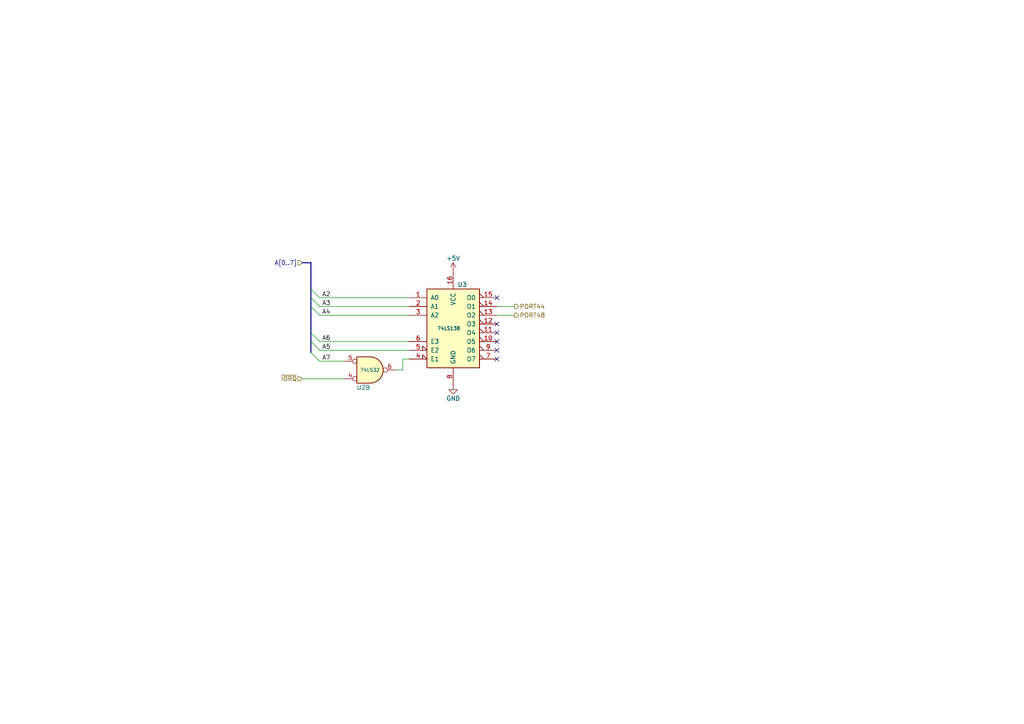
<source format=kicad_sch>
(kicad_sch (version 20230121) (generator eeschema)
  (paper "A4")
  (title_block (title "Sorcerer Dream Disk") (date "2023-12-16") (rev "1.0") (company "Marcel Erz (RetroStack), John Halkiadakis, Michael Borthwick (Exidyboy)") (comment 2 "Decodes IO addresses for 44 and 48") (comment 4 "Address Decoder"))
  (lib_symbols
    (symbol "74xx:74LS138" (pin_names (offset 1.016))
      (property "Reference" "U" (at -7.62 11.43 0))
      (property "Value" "74LS138" (at -7.62 -13.97 0))
      (symbol "74LS138_1_0"
        (pin input line (at -12.7 7.62 0) (length 5.08) (name "A0") (number "1"))
        (pin output output_low (at 12.7 -5.08 180) (length 5.08) (name "O5") (number "10"))
        (pin output output_low (at 12.7 -2.54 180) (length 5.08) (name "O4") (number "11"))
        (pin output output_low (at 12.7 0 180) (length 5.08) (name "O3") (number "12"))
        (pin output output_low (at 12.7 2.54 180) (length 5.08) (name "O2") (number "13"))
        (pin output output_low (at 12.7 5.08 180) (length 5.08) (name "O1") (number "14"))
        (pin output output_low (at 12.7 7.62 180) (length 5.08) (name "O0") (number "15"))
        (pin power_in line (at 0 15.24 270) (length 5.08) (name "VCC") (number "16"))
        (pin input line (at -12.7 5.08 0) (length 5.08) (name "A1") (number "2"))
        (pin input line (at -12.7 2.54 0) (length 5.08) (name "A2") (number "3"))
        (pin input input_low (at -12.7 -10.16 0) (length 5.08) (name "E1") (number "4"))
        (pin input input_low (at -12.7 -7.62 0) (length 5.08) (name "E2") (number "5"))
        (pin input line (at -12.7 -5.08 0) (length 5.08) (name "E3") (number "6"))
        (pin output output_low (at 12.7 -10.16 180) (length 5.08) (name "O7") (number "7"))
        (pin power_in line (at 0 -17.78 90) (length 5.08) (name "GND") (number "8"))
        (pin output output_low (at 12.7 -7.62 180) (length 5.08) (name "O6") (number "9"))
      )
      (symbol "74LS138_1_1"
        (rectangle (start -7.62 10.16) (end 7.62 -12.7) (stroke (width 0.254)) (fill (type background)))
      )
    )
    (symbol "74xx:74LS32" (pin_names (offset 1.016))
      (property "Reference" "U" (at 0 1.27 0))
      (property "Value" "74LS32" (at 0 -1.27 0))
      (symbol "74LS32_1_1"
        (arc (start -3.81 -3.81) (mid -2.589 0) (end -3.81 3.81) (stroke (width 0.254)))
        (arc (start -0.6096 -3.81) (mid 2.1842 -2.5851) (end 3.81 0) (stroke (width 0.254)) (fill (type background)))
        (polyline (pts (xy -3.81 -3.81) (xy -0.635 -3.81)) (stroke (width 0.254)) (fill (type background)))
        (polyline (pts (xy -3.81 3.81) (xy -0.635 3.81)) (stroke (width 0.254)) (fill (type background)))
        (polyline (pts (xy -0.635 3.81) (xy -3.81 3.81) (xy -3.81 3.81) (xy -3.556 3.4036) (xy -3.0226 2.2606) (xy -2.6924 1.0414) (xy -2.6162 -0.254) (xy -2.7686 -1.4986) (xy -3.175 -2.7178) (xy -3.81 -3.81) (xy -3.81 -3.81) (xy -0.635 -3.81)) (stroke (width -25.4)) (fill (type background)))
        (arc (start 3.81 0) (mid 2.1915 2.5936) (end -0.6096 3.81) (stroke (width 0.254)) (fill (type background)))
        (pin input line (at -7.62 2.54 0) (length 4.318) (name "~") (number "1"))
        (pin input line (at -7.62 -2.54 0) (length 4.318) (name "~") (number "2"))
        (pin output line (at 7.62 0 180) (length 3.81) (name "~") (number "3"))
      )
      (symbol "74LS32_1_2"
        (arc (start 0 -3.81) (mid 3.7934 0) (end 0 3.81) (stroke (width 0.254)) (fill (type background)))
        (polyline (pts (xy 0 3.81) (xy -3.81 3.81) (xy -3.81 -3.81) (xy 0 -3.81)) (stroke (width 0.254)) (fill (type background)))
        (pin input inverted (at -7.62 2.54 0) (length 3.81) (name "~") (number "1"))
        (pin input inverted (at -7.62 -2.54 0) (length 3.81) (name "~") (number "2"))
        (pin output inverted (at 7.62 0 180) (length 3.81) (name "~") (number "3"))
      )
      (symbol "74LS32_2_1"
        (arc (start -3.81 -3.81) (mid -2.589 0) (end -3.81 3.81) (stroke (width 0.254)))
        (arc (start -0.6096 -3.81) (mid 2.1842 -2.5851) (end 3.81 0) (stroke (width 0.254)) (fill (type background)))
        (polyline (pts (xy -3.81 -3.81) (xy -0.635 -3.81)) (stroke (width 0.254)) (fill (type background)))
        (polyline (pts (xy -3.81 3.81) (xy -0.635 3.81)) (stroke (width 0.254)) (fill (type background)))
        (polyline (pts (xy -0.635 3.81) (xy -3.81 3.81) (xy -3.81 3.81) (xy -3.556 3.4036) (xy -3.0226 2.2606) (xy -2.6924 1.0414) (xy -2.6162 -0.254) (xy -2.7686 -1.4986) (xy -3.175 -2.7178) (xy -3.81 -3.81) (xy -3.81 -3.81) (xy -0.635 -3.81)) (stroke (width -25.4)) (fill (type background)))
        (arc (start 3.81 0) (mid 2.1915 2.5936) (end -0.6096 3.81) (stroke (width 0.254)) (fill (type background)))
        (pin input line (at -7.62 2.54 0) (length 4.318) (name "~") (number "4"))
        (pin input line (at -7.62 -2.54 0) (length 4.318) (name "~") (number "5"))
        (pin output line (at 7.62 0 180) (length 3.81) (name "~") (number "6"))
      )
      (symbol "74LS32_2_2"
        (arc (start 0 -3.81) (mid 3.7934 0) (end 0 3.81) (stroke (width 0.254)) (fill (type background)))
        (polyline (pts (xy 0 3.81) (xy -3.81 3.81) (xy -3.81 -3.81) (xy 0 -3.81)) (stroke (width 0.254)) (fill (type background)))
        (pin input inverted (at -7.62 2.54 0) (length 3.81) (name "~") (number "4"))
        (pin input inverted (at -7.62 -2.54 0) (length 3.81) (name "~") (number "5"))
        (pin output inverted (at 7.62 0 180) (length 3.81) (name "~") (number "6"))
      )
      (symbol "74LS32_3_1"
        (arc (start -3.81 -3.81) (mid -2.589 0) (end -3.81 3.81) (stroke (width 0.254)))
        (arc (start -0.6096 -3.81) (mid 2.1842 -2.5851) (end 3.81 0) (stroke (width 0.254)) (fill (type background)))
        (polyline (pts (xy -3.81 -3.81) (xy -0.635 -3.81)) (stroke (width 0.254)) (fill (type background)))
        (polyline (pts (xy -3.81 3.81) (xy -0.635 3.81)) (stroke (width 0.254)) (fill (type background)))
        (polyline (pts (xy -0.635 3.81) (xy -3.81 3.81) (xy -3.81 3.81) (xy -3.556 3.4036) (xy -3.0226 2.2606) (xy -2.6924 1.0414) (xy -2.6162 -0.254) (xy -2.7686 -1.4986) (xy -3.175 -2.7178) (xy -3.81 -3.81) (xy -3.81 -3.81) (xy -0.635 -3.81)) (stroke (width -25.4)) (fill (type background)))
        (arc (start 3.81 0) (mid 2.1915 2.5936) (end -0.6096 3.81) (stroke (width 0.254)) (fill (type background)))
        (pin input line (at -7.62 -2.54 0) (length 4.318) (name "~") (number "10"))
        (pin output line (at 7.62 0 180) (length 3.81) (name "~") (number "8"))
        (pin input line (at -7.62 2.54 0) (length 4.318) (name "~") (number "9"))
      )
      (symbol "74LS32_3_2"
        (arc (start 0 -3.81) (mid 3.7934 0) (end 0 3.81) (stroke (width 0.254)) (fill (type background)))
        (polyline (pts (xy 0 3.81) (xy -3.81 3.81) (xy -3.81 -3.81) (xy 0 -3.81)) (stroke (width 0.254)) (fill (type background)))
        (pin input inverted (at -7.62 -2.54 0) (length 3.81) (name "~") (number "10"))
        (pin output inverted (at 7.62 0 180) (length 3.81) (name "~") (number "8"))
        (pin input inverted (at -7.62 2.54 0) (length 3.81) (name "~") (number "9"))
      )
      (symbol "74LS32_4_1"
        (arc (start -3.81 -3.81) (mid -2.589 0) (end -3.81 3.81) (stroke (width 0.254)))
        (arc (start -0.6096 -3.81) (mid 2.1842 -2.5851) (end 3.81 0) (stroke (width 0.254)) (fill (type background)))
        (polyline (pts (xy -3.81 -3.81) (xy -0.635 -3.81)) (stroke (width 0.254)) (fill (type background)))
        (polyline (pts (xy -3.81 3.81) (xy -0.635 3.81)) (stroke (width 0.254)) (fill (type background)))
        (polyline (pts (xy -0.635 3.81) (xy -3.81 3.81) (xy -3.81 3.81) (xy -3.556 3.4036) (xy -3.0226 2.2606) (xy -2.6924 1.0414) (xy -2.6162 -0.254) (xy -2.7686 -1.4986) (xy -3.175 -2.7178) (xy -3.81 -3.81) (xy -3.81 -3.81) (xy -0.635 -3.81)) (stroke (width -25.4)) (fill (type background)))
        (arc (start 3.81 0) (mid 2.1915 2.5936) (end -0.6096 3.81) (stroke (width 0.254)) (fill (type background)))
        (pin output line (at 7.62 0 180) (length 3.81) (name "~") (number "11"))
        (pin input line (at -7.62 2.54 0) (length 4.318) (name "~") (number "12"))
        (pin input line (at -7.62 -2.54 0) (length 4.318) (name "~") (number "13"))
      )
      (symbol "74LS32_4_2"
        (arc (start 0 -3.81) (mid 3.7934 0) (end 0 3.81) (stroke (width 0.254)) (fill (type background)))
        (polyline (pts (xy 0 3.81) (xy -3.81 3.81) (xy -3.81 -3.81) (xy 0 -3.81)) (stroke (width 0.254)) (fill (type background)))
        (pin output inverted (at 7.62 0 180) (length 3.81) (name "~") (number "11"))
        (pin input inverted (at -7.62 2.54 0) (length 3.81) (name "~") (number "12"))
        (pin input inverted (at -7.62 -2.54 0) (length 3.81) (name "~") (number "13"))
      )
      (symbol "74LS32_5_0"
        (pin power_in line (at 0 12.7 270) (length 5.08) (name "VCC") (number "14"))
        (pin power_in line (at 0 -12.7 90) (length 5.08) (name "GND") (number "7"))
      )
      (symbol "74LS32_5_1"
        (rectangle (start -5.08 7.62) (end 5.08 -7.62) (stroke (width 0.254)) (fill (type background)))
      )
    )
    (symbol "power:+5V" (power) (pin_names (offset 0))
      (property "Value" "+5V" (at 0 3.556 0))
      (symbol "+5V_0_1"
        (polyline (pts (xy -0.762 1.27) (xy 0 2.54)))
        (polyline (pts (xy 0 0) (xy 0 2.54)))
        (polyline (pts (xy 0 2.54) (xy 0.762 1.27)))
      )
      (symbol "+5V_1_1"
        (pin power_in line (at 0 0 90) (length 0) hide (name "+5V") (number "1"))
      )
    )
    (symbol "power:GND" (power) (pin_names (offset 0))
      (property "Value" "GND" (at 0 -3.81 0))
      (symbol "GND_0_1"
        (polyline (pts (xy 0 0) (xy 0 -1.27) (xy 1.27 -1.27) (xy 0 -2.54) (xy -1.27 -1.27) (xy 0 -1.27)))
      )
      (symbol "GND_1_1"
        (pin power_in line (at 0 0 270) (length 0) hide (name "GND") (number "1"))
      )
    )
  )
  (no_connect (at 144.145 93.98))
  (no_connect (at 144.145 104.14))
  (no_connect (at 144.145 101.6))
  (no_connect (at 144.145 86.36))
  (no_connect (at 144.145 96.52))
  (no_connect (at 144.145 99.06))
  (bus_entry (at 90.17 99.06) (size 2.54 2.54))
  (bus_entry (at 90.17 102.235) (size 2.54 2.54))
  (bus_entry (at 90.17 83.82) (size 2.54 2.54))
  (bus_entry (at 90.17 88.9) (size 2.54 2.54))
  (bus_entry (at 90.17 96.52) (size 2.54 2.54))
  (bus_entry (at 90.17 86.36) (size 2.54 2.54))
  (wire (pts (xy 116.84 104.14) (xy 118.745 104.14)))
  (wire (pts (xy 144.145 88.9) (xy 149.225 88.9)))
  (bus (pts (xy 90.17 83.82) (xy 90.17 76.2)))
  (wire (pts (xy 114.935 107.315) (xy 116.84 107.315)))
  (wire (pts (xy 116.84 107.315) (xy 116.84 104.14)))
  (bus (pts (xy 90.17 102.235) (xy 90.17 99.06)))
  (bus (pts (xy 90.17 86.36) (xy 90.17 83.82)))
  (wire (pts (xy 92.71 104.775) (xy 99.695 104.775)))
  (wire (pts (xy 92.71 91.44) (xy 118.745 91.44)))
  (wire (pts (xy 144.145 91.44) (xy 149.225 91.44)))
  (bus (pts (xy 90.17 96.52) (xy 90.17 88.9)))
  (wire (pts (xy 92.71 86.36) (xy 118.745 86.36)))
  (bus (pts (xy 90.17 99.06) (xy 90.17 96.52)))
  (wire (pts (xy 92.71 88.9) (xy 118.745 88.9)))
  (wire (pts (xy 92.71 101.6) (xy 118.745 101.6)))
  (wire (pts (xy 87.63 109.855) (xy 99.695 109.855)))
  (bus (pts (xy 90.17 76.2) (xy 87.63 76.2)))
  (wire (pts (xy 92.71 99.06) (xy 118.745 99.06)))
  (bus (pts (xy 90.17 88.9) (xy 90.17 86.36)))
  (label "A4" (at 95.885 91.44 180))
  (label "A5" (at 95.885 101.6 180))
  (label "A2" (at 95.885 86.36 180))
  (label "A3" (at 95.885 88.9 180))
  (label "A6" (at 95.885 99.06 180))
  (label "A7" (at 95.885 104.775 180))
  (hierarchical_label "PORT48" (shape output) (at 149.225 91.44 0))
  (hierarchical_label "PORT44" (shape output) (at 149.225 88.9 0))
  (hierarchical_label "~{IORQ}" (shape input) (at 87.63 109.855 180))
  (hierarchical_label "A[0..7]" (shape input) (at 87.63 76.2 180))
  (symbol (lib_id "power:+5V") (at 131.445 78.74 0) (unit 1)
    (property "Reference" "#PWR07" (effects hide))
    (property "Value" "+5V" (at 131.445 74.93 0))
    (instances (project "Sorcerer_DreamDisk" (path "" (reference "#PWR07") (unit 1)) (path "" (reference "#PWR07") (unit 1)) (path "" (reference "#PWR015") (unit 1))))
  )
  (symbol (lib_id "74xx:74LS138") (at 131.445 93.98 0) (unit 1)
    (property "Reference" "U3" (at 132.715 82.55 0) (effects (justify left)))
    (property "Value" "74LS138" (at 130.175 95.25 0) (effects (font (size 1 1))))
    (property "Footprint" "Package_DIP:DIP-16_W7.62mm" (effects hide))
    (property "Datasheet" "http://www.ti.com/lit/gpn/sn74LS138" (effects hide))
  )
  (symbol (lib_id "74xx:74LS32") (at 107.315 107.315 0) (mirror x) (unit 2) (convert 2)
    (property "Reference" "U2" (at 105.41 112.395 0))
    (property "Value" "74LS32" (at 107.315 107.315 0) (effects (font (size 1 1))))
    (property "Footprint" "Package_DIP:DIP-14_W7.62mm" (effects hide))
    (property "Datasheet" "http://www.ti.com/lit/gpn/sn74LS32" (effects hide))
  )
  (symbol (lib_id "power:GND") (at 131.445 111.76 0) (unit 1)
    (property "Reference" "#PWR08" (effects hide))
    (property "Value" "GND" (at 131.445 115.57 0))
    (instances (project "Sorcerer_DreamDisk" (path "" (reference "#PWR08") (unit 1)) (path "" (reference "#PWR08") (unit 1)) (path "" (reference "#PWR016") (unit 1))))
  )
)
</source>
